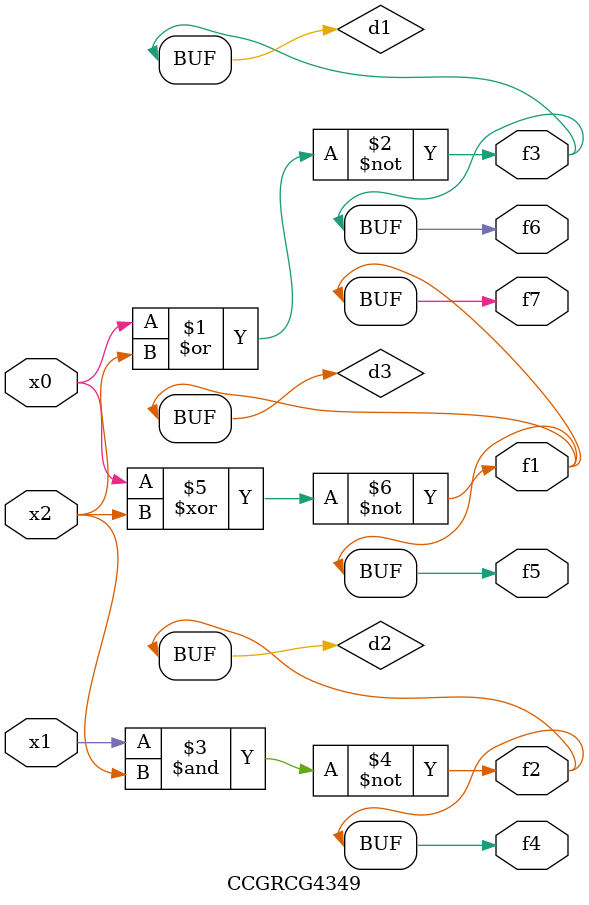
<source format=v>
module CCGRCG4349(
	input x0, x1, x2,
	output f1, f2, f3, f4, f5, f6, f7
);

	wire d1, d2, d3;

	nor (d1, x0, x2);
	nand (d2, x1, x2);
	xnor (d3, x0, x2);
	assign f1 = d3;
	assign f2 = d2;
	assign f3 = d1;
	assign f4 = d2;
	assign f5 = d3;
	assign f6 = d1;
	assign f7 = d3;
endmodule

</source>
